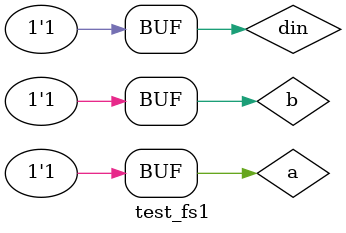
<source format=v>
module full_sub(a,b,bin,d,bout);
input a,b,bin;
output d,bout;
wire w1,w2,w3,w4,w5;
xor(w1,a,b);
xor(w2,w1,bin);
not(w3,a);
and(w4,w3,b);
not(w5,w1);
and(w6,bin,w5);
nor(bout,w4,w6);    
endmodule


module test_fs1;
reg a,b,din;
wire s,bout;
full_sub s1(a,b,din,s,cout);

initial begin
$dumpfile("wave.vcd");
        $dumpvars(0, test_fs1);
    a=0;b=0;din=0;#100;
    a=0;b=0;din=1;#100;
     a=0;b=1;din=0;#100;
     a=0;b=1;din=1;#100;
     a=1;b=0;din=0;#100;
     a=1;b=0;din=1;#100;
     a=1;b=1;din=0;#100;
     a=1;b=0;din=1;#100;
      a=1;b=1;din=1;#100;


end
endmodule
</source>
